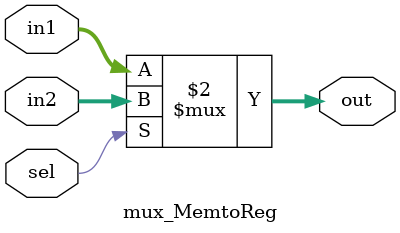
<source format=v>
module mux_MemtoReg (
    input [31:0] in1, in2, 
    input sel,
    output [31:0] out
);
    assign out = (sel == 0) ? in1 : in2;
endmodule
</source>
